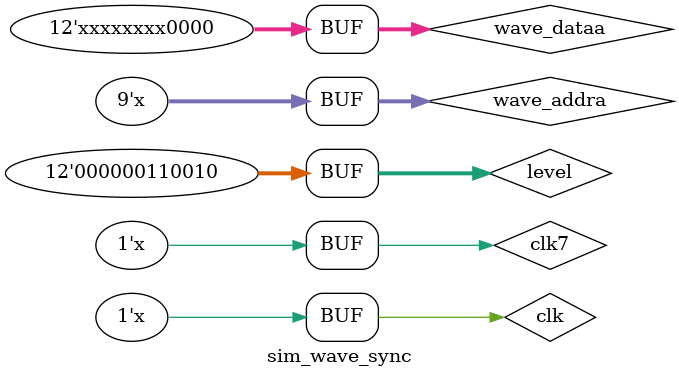
<source format=v>
`timescale 1ns / 1ps


module sim_wave_sync;
    reg clk = 0;
    always #10
        clk = ~clk;
    
    reg clk7 = 0;
   always #7
        clk7 = ~clk7;
        
    reg[11:0] level = 12'd50;
        
        

        wire [7:0] test_sin;
        signal_generator instance_signal_generator(
            .clk_in(clk7),
            .test_square_out(),
            .test_tangle_out(),
            .test_sin_out(test_sin)
            );
            
    wire wave_wea;
    wire[8:0] wave_addr;
    wire[11:0] wave_data;
    wire[15:0] count;
    wire counting;
    wire[17:0] count_flag;
    wire[17:0] count_judge_trigger;
    wave_sync uut_wave_sync(
            .divclk_in(clk),
            .sw_in(12'b0000_0100_0000),
            .level_in(level),
            .measured_temp_in(12'h000),
            .measured_vccint_in(12'h000),
            .measured_aux7_in(12'h000),
            .measured_aux14_in(12'h000),
            .test_square_in(8'h00),
            .test_tangle_in(8'h00),
            .test_sin_in(test_sin),
            .wave_wea_out(wave_wea),
            .wave_addr_out(wave_addr),
            .wave_data_out(wave_data),//±£´æµÄÊÇ²¹Âë
            .count(count),
            .counting(counting),
            .count_flag(count_flag),
            .count_judge_trigger(count_judge_trigger)
            );
     reg[8:0] wave_addra = 0;
     wire[11:0] wave_dataa;
     assign wave_dataa[11:4] = wave_addra;
     assign wave_dataa[3:0] = 0;
     reg[8:0] wave_addrb = 0;
     wire [11:0] wave_datab;

    always#20
     begin
         wave_addra = wave_addra + 1;
     end
     always #20
     begin
         if(wave_addrb == 511)
             wave_addrb = 0;
         else
             wave_addrb = wave_addrb + 1;
    end
             
    wave_ram uut_wave_ram(
        .clk_in(clk),
        .wea_in(1),
        .wave_addra_in(wave_addra),//[8£º0]
        .wave_data_in(wave_dataa),//[15:0]
        .wave_addrb_in(wave_addrb),
        .wave_data_out(wave_datab)//[7:0]
        );
endmodule

</source>
